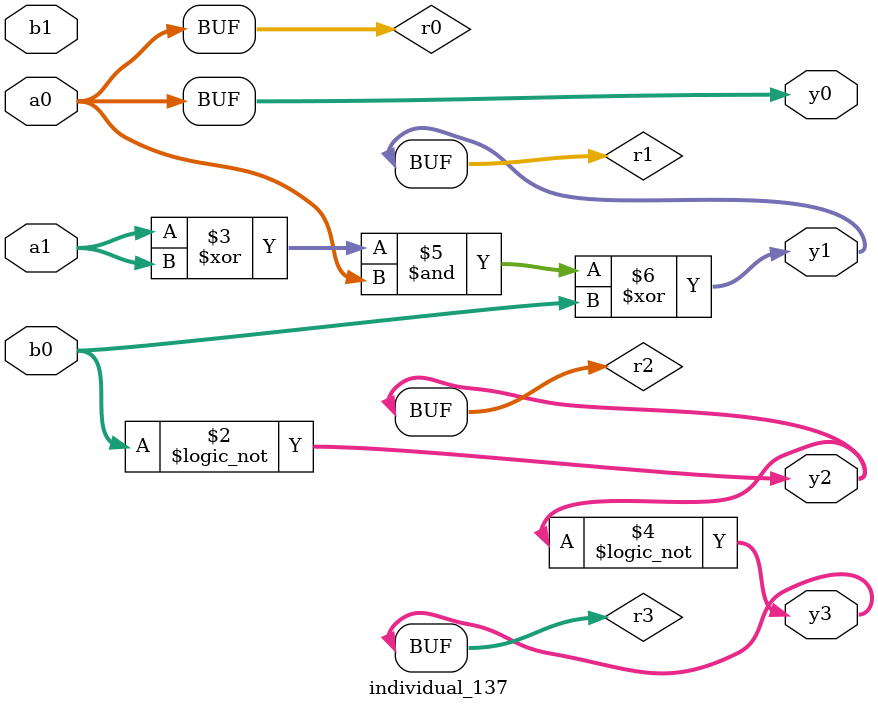
<source format=sv>
module individual_137(input logic [15:0] a1, input logic [15:0] a0, input logic [15:0] b1, input logic [15:0] b0, output logic [15:0] y3, output logic [15:0] y2, output logic [15:0] y1, output logic [15:0] y0);
logic [15:0] r0, r1, r2, r3; 
 always@(*) begin 
	 r0 = a0; r1 = a1; r2 = b0; r3 = b1; 
 	 r2 = ! b0 ;
 	 r1  ^=  a1 ;
 	 r3 = ! r2 ;
 	 r1  &=  a0 ;
 	 r1  ^=  b0 ;
 	 y3 = r3; y2 = r2; y1 = r1; y0 = r0; 
end
endmodule
</source>
